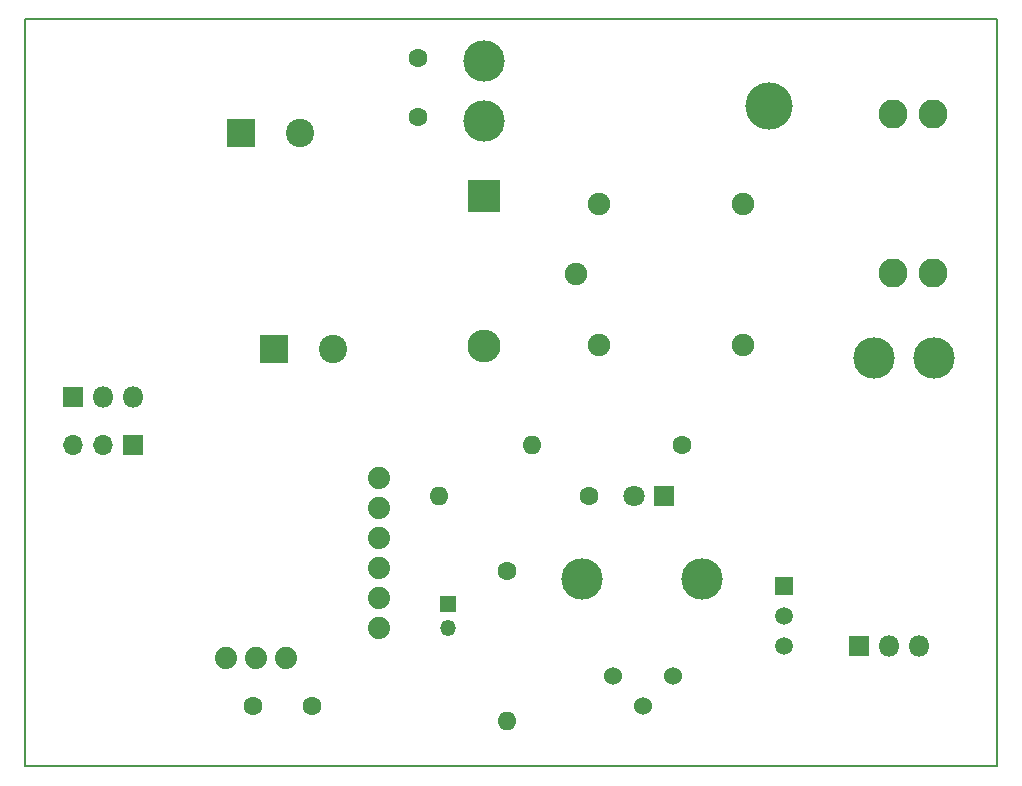
<source format=gbr>
G04 #@! TF.FileFunction,Copper,L1,Top,Signal*
%FSLAX46Y46*%
G04 Gerber Fmt 4.6, Leading zero omitted, Abs format (unit mm)*
G04 Created by KiCad (PCBNEW 4.0.4-stable) date 04/25/17 22:02:40*
%MOMM*%
%LPD*%
G01*
G04 APERTURE LIST*
%ADD10C,0.100000*%
%ADD11C,0.150000*%
%ADD12R,1.350000X1.350000*%
%ADD13O,1.350000X1.350000*%
%ADD14C,3.500120*%
%ADD15C,1.600000*%
%ADD16R,2.400000X2.400000*%
%ADD17C,2.400000*%
%ADD18R,1.800000X1.800000*%
%ADD19C,1.800000*%
%ADD20R,2.800000X2.800000*%
%ADD21O,2.800000X2.800000*%
%ADD22C,2.463800*%
%ADD23O,1.800000X1.800000*%
%ADD24O,1.600000X1.600000*%
%ADD25C,1.524000*%
%ADD26C,1.900000*%
%ADD27C,1.879600*%
%ADD28C,4.000500*%
%ADD29R,1.700000X1.700000*%
%ADD30O,1.700000X1.700000*%
%ADD31C,1.520000*%
%ADD32R,1.520000X1.520000*%
G04 APERTURE END LIST*
D10*
D11*
X183896000Y-128016000D02*
X183896000Y-64770000D01*
X101600000Y-128016000D02*
X101600000Y-64770000D01*
X183896000Y-128016000D02*
X101600000Y-128016000D01*
X101600000Y-64770000D02*
X183896000Y-64770000D01*
D12*
X137414000Y-114300000D03*
D13*
X137414000Y-116300000D03*
D14*
X148717000Y-112141000D03*
X158877000Y-112141000D03*
D15*
X125857000Y-122936000D03*
X120857000Y-122936000D03*
D16*
X122682000Y-92710000D03*
D17*
X127682000Y-92710000D03*
D15*
X134874000Y-68072000D03*
X134874000Y-73072000D03*
D16*
X119888000Y-74422000D03*
D17*
X124888000Y-74422000D03*
D18*
X155702000Y-105156000D03*
D19*
X153162000Y-105156000D03*
D20*
X140462000Y-79756000D03*
D21*
X140462000Y-92456000D03*
D14*
X140462000Y-73406000D03*
X140462000Y-68326000D03*
X173482000Y-93472000D03*
X178562000Y-93472000D03*
D22*
X175082200Y-86233000D03*
X178485800Y-86233000D03*
X178485800Y-72771000D03*
X175082200Y-72771000D03*
D18*
X172212000Y-117856000D03*
D23*
X174752000Y-117856000D03*
X177292000Y-117856000D03*
D15*
X142367000Y-111506000D03*
D24*
X142367000Y-124206000D03*
D15*
X149352000Y-105156000D03*
D24*
X136652000Y-105156000D03*
D15*
X157226000Y-100838000D03*
D24*
X144526000Y-100838000D03*
D25*
X156464000Y-120396000D03*
X153924000Y-122936000D03*
X151384000Y-120396000D03*
D26*
X162410000Y-92360000D03*
X148210000Y-86360000D03*
X162410000Y-80360000D03*
X150210000Y-80360000D03*
X150210000Y-92360000D03*
D18*
X105664000Y-96774000D03*
D23*
X108204000Y-96774000D03*
X110744000Y-96774000D03*
D27*
X118618000Y-118872000D03*
X121158000Y-118872000D03*
X123698000Y-118872000D03*
X131572000Y-116332000D03*
X131572000Y-113792000D03*
X131572000Y-111252000D03*
X131572000Y-108712000D03*
X131572000Y-106172000D03*
X131572000Y-103632000D03*
D28*
X164592000Y-72136000D03*
D29*
X110744000Y-100838000D03*
D30*
X108204000Y-100838000D03*
X105664000Y-100838000D03*
D31*
X165862000Y-115316000D03*
X165862000Y-117856000D03*
D32*
X165862000Y-112776000D03*
M02*

</source>
